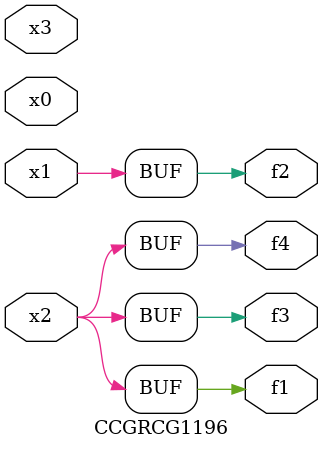
<source format=v>
module CCGRCG1196(
	input x0, x1, x2, x3,
	output f1, f2, f3, f4
);
	assign f1 = x2;
	assign f2 = x1;
	assign f3 = x2;
	assign f4 = x2;
endmodule

</source>
